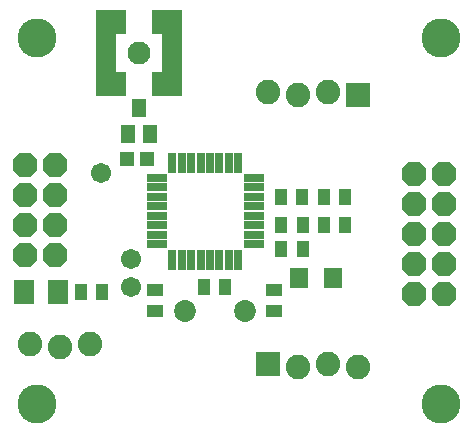
<source format=gts>
G75*
%MOIN*%
%OFA0B0*%
%FSLAX25Y25*%
%IPPOS*%
%LPD*%
%AMOC8*
5,1,8,0,0,1.08239X$1,22.5*
%
%ADD10C,0.13005*%
%ADD11R,0.03950X0.05524*%
%ADD12R,0.05524X0.03950*%
%ADD13R,0.06312X0.07099*%
%ADD14R,0.07099X0.07898*%
%ADD15R,0.06600X0.02800*%
%ADD16R,0.02800X0.06600*%
%ADD17C,0.07611*%
%ADD18R,0.10052X0.08280*%
%ADD19R,0.06706X0.14186*%
%ADD20C,0.07300*%
%ADD21R,0.04737X0.06312*%
%ADD22R,0.05131X0.04737*%
%ADD23OC8,0.08200*%
%ADD24R,0.08200X0.08200*%
%ADD25C,0.08200*%
%ADD26C,0.06706*%
D10*
X0032509Y0115186D03*
X0032509Y0237233D03*
X0167154Y0237233D03*
X0167154Y0115186D03*
D11*
X0121003Y0166859D03*
X0113916Y0166859D03*
X0113908Y0174809D03*
X0120994Y0174809D03*
X0128165Y0174807D03*
X0135252Y0174807D03*
X0135225Y0184265D03*
X0128139Y0184265D03*
X0120916Y0184290D03*
X0113829Y0184290D03*
X0095265Y0154093D03*
X0088178Y0154093D03*
X0054061Y0152469D03*
X0046974Y0152469D03*
D12*
X0071944Y0153360D03*
X0071944Y0146273D03*
X0111389Y0146266D03*
X0111389Y0153353D03*
D13*
X0119923Y0157298D03*
X0130946Y0157298D03*
D14*
X0039356Y0152458D03*
X0028159Y0152458D03*
D15*
X0072332Y0168502D03*
X0072332Y0171652D03*
X0072332Y0174802D03*
X0072332Y0177951D03*
X0072332Y0181101D03*
X0072332Y0184250D03*
X0072332Y0187400D03*
X0072332Y0190550D03*
X0104732Y0190550D03*
X0104732Y0187400D03*
X0104732Y0184250D03*
X0104732Y0181101D03*
X0104732Y0177951D03*
X0104732Y0174802D03*
X0104732Y0171652D03*
X0104732Y0168502D03*
D16*
X0099556Y0163326D03*
X0096406Y0163326D03*
X0093257Y0163326D03*
X0090107Y0163326D03*
X0086957Y0163326D03*
X0083808Y0163326D03*
X0080658Y0163326D03*
X0077509Y0163326D03*
X0077509Y0195726D03*
X0080658Y0195726D03*
X0083808Y0195726D03*
X0086957Y0195726D03*
X0090107Y0195726D03*
X0093257Y0195726D03*
X0096406Y0195726D03*
X0099556Y0195726D03*
D17*
X0066389Y0232234D03*
D18*
X0075739Y0242470D03*
X0057038Y0242470D03*
X0057038Y0221998D03*
X0075739Y0221998D03*
D19*
X0077412Y0232234D03*
X0055365Y0232234D03*
D20*
X0081823Y0146259D03*
X0101823Y0146259D03*
D21*
X0070107Y0205343D03*
X0062627Y0205343D03*
X0066367Y0214005D03*
D22*
X0069263Y0196926D03*
X0062570Y0196926D03*
D23*
X0038296Y0194753D03*
X0028296Y0194753D03*
X0028296Y0184753D03*
X0038296Y0184753D03*
X0038296Y0174753D03*
X0028296Y0174753D03*
X0028296Y0164753D03*
X0038296Y0164753D03*
X0158217Y0161879D03*
X0158217Y0171879D03*
X0158217Y0181879D03*
X0158217Y0191879D03*
X0168217Y0191879D03*
X0168217Y0181879D03*
X0168217Y0171879D03*
X0168217Y0161879D03*
X0168217Y0151879D03*
X0158217Y0151879D03*
D24*
X0109461Y0128560D03*
X0139461Y0218103D03*
D25*
X0129461Y0219103D03*
X0119461Y0218103D03*
X0109461Y0219103D03*
X0050146Y0135371D03*
X0040146Y0134371D03*
X0030146Y0135371D03*
X0119461Y0127560D03*
X0129461Y0128560D03*
X0139461Y0127560D03*
D26*
X0063611Y0154162D03*
X0063611Y0163611D03*
X0053769Y0192351D03*
M02*

</source>
